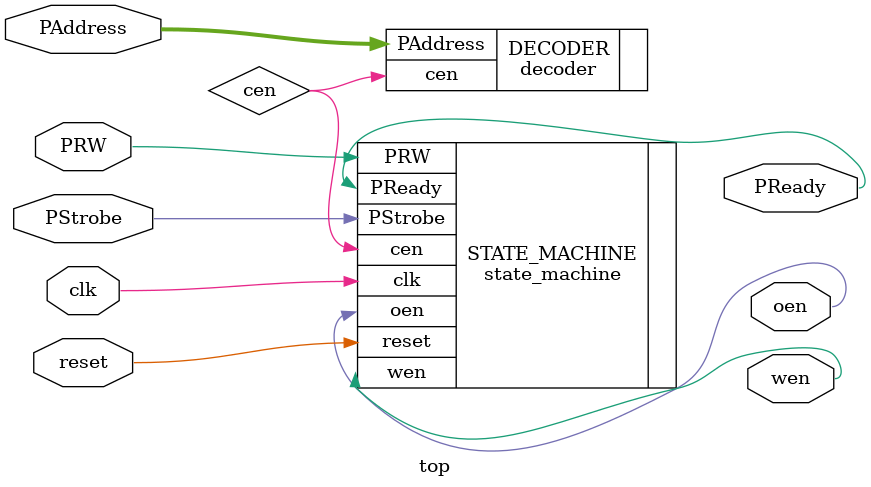
<source format=v>

module top (/*AUTOARG*/
	    // Outputs
	    wen, oen, PReady,
	    // Inputs
	    reset, clk, PStrobe, PRW, PAddress
	    );
   /*AUTOINPUT*/
   // Beginning of automatic inputs (from unused autoinst inputs)
   input [15:0]	PAddress;	// To DECODER of decoder.v
   input	PRW;		// To STATE_MACHINE of state_machine.v
   input	PStrobe;	// To STATE_MACHINE of state_machine.v
   input	clk;		// To STATE_MACHINE of state_machine.v
   input	reset;		// To STATE_MACHINE of state_machine.v
   // End of automatics
   //*AUTOOUTPUT*/
   // Beginning of automatic outputs (from unused autoinst outputs)
   output	PReady;		// From STATE_MACHINE of state_machine.v
   output	oen;		// From STATE_MACHINE of state_machine.v
   output	wen;		// From STATE_MACHINE of state_machine.v
   // End of automatics

   /*AUTOWIRE*/
   // Beginning of automatic wires (for undeclared instantiated-module outputs)
   wire 	cen;		// From DECODER of decoder.v
   // End of automatics
   
   state_machine STATE_MACHINE(/*AUTOINST*/
			       // Outputs
			       .PReady		(PReady),
			       .oen		(oen),
			       .wen		(wen),
			       // Inputs
			       .clk		(clk),
			       .reset		(reset),
			       .PStrobe		(PStrobe),
			       .PRW		(PRW),
			       .cen		(cen));

   decoder DECODER(/*AUTOINST*/
		   // Outputs
		   .cen			(cen),
		   // Inputs
		   .PAddress		(PAddress[15:0]));

endmodule // top

</source>
